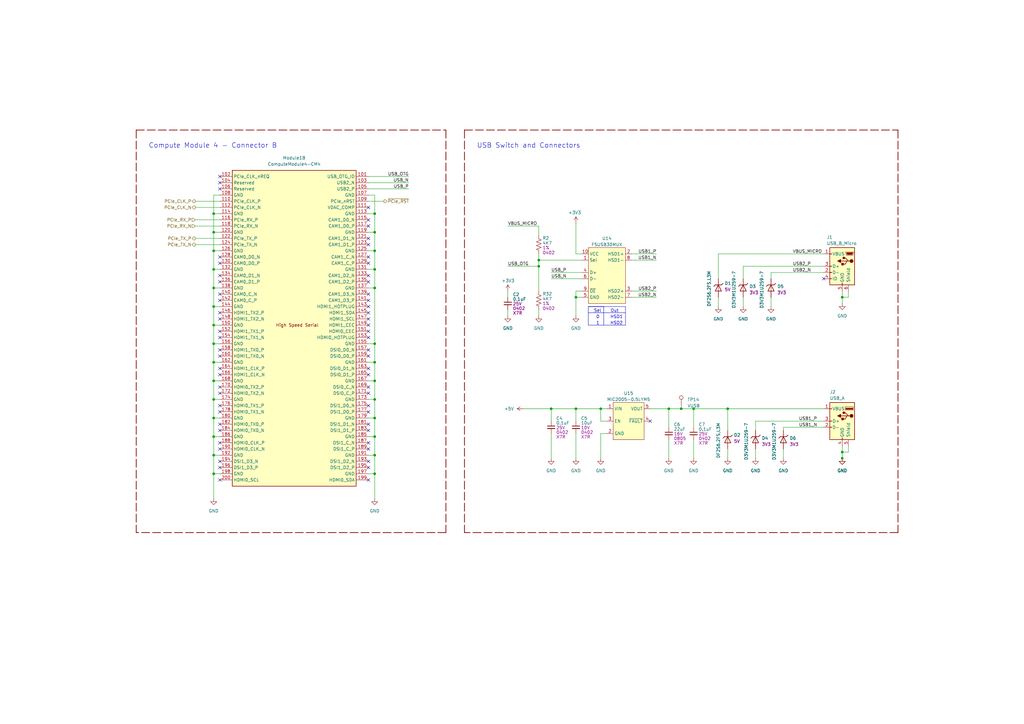
<source format=kicad_sch>
(kicad_sch (version 20210406) (generator eeschema)
  (paper "A3")
  (title_block (title "Pintry X2") (rev "${RevNum}") (company "www.cezarchirila.com") (comment 1 "2-bay NAS based on RPi CM4") (comment 9 "${DrawnBy}"))
  (lib_symbols
    (symbol "Connector:TestPoint" (pin_numbers hide) (pin_names (offset 0.762) hide)
      (property "Reference" "TP" (at 0 6.858 0))
      (property "Value" "TestPoint" (at 0 5.08 0))
      (symbol "TestPoint_0_1"
        (circle (center 0 3.302) (radius 0.762))
      )
      (symbol "TestPoint_1_1"
        (pin passive line (at 0 0 90) (length 2.54) (name "1") (number "1"))
      )
    )
    (symbol "Connector:USB_A" (pin_names (offset 1.016))
      (property "Reference" "J" (at -5.08 11.43 0))
      (property "Value" "USB_A" (at -5.08 8.89 0))
      (symbol "USB_A_0_1"
        (circle (center -3.81 2.159) (radius 0.635) (stroke (width 0.254)) (fill (type outline)))
        (circle (center -0.635 3.429) (radius 0.381) (stroke (width 0.254)) (fill (type outline)))
        (rectangle (start -1.27 4.572) (end -4.572 5.842))
        (rectangle (start -0.127 -7.62) (end 0.127 -6.858))
        (rectangle (start 5.08 -2.667) (end 4.318 -2.413))
        (rectangle (start 5.08 -0.127) (end 4.318 0.127))
        (rectangle (start 5.08 4.953) (end 4.318 5.207))
        (rectangle (start -1.524 4.826) (end -4.318 5.334) (fill (type outline)))
        (rectangle (start 0.254 1.27) (end -0.508 0.508) (stroke (width 0.254)) (fill (type outline)))
        (rectangle (start -5.08 -7.62) (end 5.08 7.62) (stroke (width 0.254)) (fill (type background)))
        (polyline (pts (xy -3.175 2.159) (xy -2.54 2.159) (xy -1.27 3.429) (xy -0.635 3.429)) (stroke (width 0.254)))
        (polyline (pts (xy -2.54 2.159) (xy -1.905 2.159) (xy -1.27 0.889) (xy 0 0.889)) (stroke (width 0.254)))
        (polyline (pts (xy 0.635 2.794) (xy 0.635 1.524) (xy 1.905 2.159) (xy 0.635 2.794)) (stroke (width 0.254)) (fill (type outline)))
      )
      (symbol "USB_A_1_1"
        (polyline (pts (xy -1.905 2.159) (xy 0.635 2.159)) (stroke (width 0.254)))
        (pin power_in line (at 7.62 5.08 180) (length 2.54) (name "VBUS") (number "1"))
        (pin bidirectional line (at 7.62 -2.54 180) (length 2.54) (name "D-") (number "2"))
        (pin bidirectional line (at 7.62 0 180) (length 2.54) (name "D+") (number "3"))
        (pin power_in line (at 0 -10.16 90) (length 2.54) (name "GND") (number "4"))
        (pin passive line (at -2.54 -10.16 90) (length 2.54) (name "Shield") (number "5"))
      )
    )
    (symbol "Connector:USB_B_Micro" (pin_names (offset 1.016))
      (property "Reference" "J" (at -5.08 11.43 0))
      (property "Value" "USB_B_Micro" (at -5.08 8.89 0))
      (symbol "USB_B_Micro_0_1"
        (circle (center -3.81 2.159) (radius 0.635) (stroke (width 0.254)) (fill (type outline)))
        (circle (center -0.635 3.429) (radius 0.381) (stroke (width 0.254)) (fill (type outline)))
        (rectangle (start -0.127 -7.62) (end 0.127 -6.858))
        (rectangle (start 5.08 -5.207) (end 4.318 -4.953))
        (rectangle (start 5.08 -2.667) (end 4.318 -2.413))
        (rectangle (start 5.08 -0.127) (end 4.318 0.127))
        (rectangle (start 5.08 4.953) (end 4.318 5.207))
        (rectangle (start 0.254 1.27) (end -0.508 0.508) (stroke (width 0.254)) (fill (type outline)))
        (rectangle (start -5.08 -7.62) (end 5.08 7.62) (stroke (width 0.254)) (fill (type background)))
        (polyline (pts (xy -1.905 2.159) (xy 0.635 2.159)) (stroke (width 0.254)))
        (polyline (pts (xy -3.175 2.159) (xy -2.54 2.159) (xy -1.27 3.429) (xy -0.635 3.429)) (stroke (width 0.254)))
        (polyline (pts (xy -2.54 2.159) (xy -1.905 2.159) (xy -1.27 0.889) (xy 0 0.889)) (stroke (width 0.254)))
        (polyline (pts (xy -4.699 5.842) (xy -4.699 5.588) (xy -4.445 4.826) (xy -4.445 4.572) (xy -1.651 4.572) (xy -1.651 4.826) (xy -1.397 5.588) (xy -1.397 5.842) (xy -4.699 5.842)))
        (polyline (pts (xy 0.635 2.794) (xy 0.635 1.524) (xy 1.905 2.159) (xy 0.635 2.794)) (stroke (width 0.254)) (fill (type outline)))
        (polyline (pts (xy -4.318 5.588) (xy -1.778 5.588) (xy -2.032 4.826) (xy -4.064 4.826) (xy -4.318 5.588)) (fill (type outline)))
      )
      (symbol "USB_B_Micro_1_1"
        (pin power_out line (at 7.62 5.08 180) (length 2.54) (name "VBUS") (number "1"))
        (pin bidirectional line (at 7.62 -2.54 180) (length 2.54) (name "D-") (number "2"))
        (pin bidirectional line (at 7.62 0 180) (length 2.54) (name "D+") (number "3"))
        (pin passive line (at 7.62 -5.08 180) (length 2.54) (name "ID") (number "4"))
        (pin power_out line (at 0 -10.16 90) (length 2.54) (name "GND") (number "5"))
        (pin passive line (at -2.54 -10.16 90) (length 2.54) (name "Shield") (number "6"))
      )
    )
    (symbol "Device:C_Small" (pin_numbers hide) (pin_names (offset 0.254) hide)
      (property "Reference" "C" (at 0.254 1.778 0))
      (property "Value" "C_Small" (at 0.254 -2.032 0))
      (symbol "C_Small_0_1"
        (polyline (pts (xy -1.524 -0.508) (xy 1.524 -0.508)) (stroke (width 0.3302)))
        (polyline (pts (xy -1.524 0.508) (xy 1.524 0.508)) (stroke (width 0.3048)))
      )
      (symbol "C_Small_1_1"
        (pin passive line (at 0 2.54 270) (length 2.032) (name "~") (number "1"))
        (pin passive line (at 0 -2.54 90) (length 2.032) (name "~") (number "2"))
      )
    )
    (symbol "Device:R_US" (pin_numbers hide) (pin_names (offset 0))
      (property "Reference" "R" (at 2.54 0 90))
      (property "Value" "R_US" (at -2.54 0 90))
      (symbol "R_US_0_1"
        (polyline (pts (xy 0 -2.286) (xy 0 -2.54)))
        (polyline (pts (xy 0 2.286) (xy 0 2.54)))
        (polyline (pts (xy 0 -0.762) (xy 1.016 -1.143) (xy 0 -1.524) (xy -1.016 -1.905) (xy 0 -2.286)))
        (polyline (pts (xy 0 0.762) (xy 1.016 0.381) (xy 0 0) (xy -1.016 -0.381) (xy 0 -0.762)))
        (polyline (pts (xy 0 2.286) (xy 1.016 1.905) (xy 0 1.524) (xy -1.016 1.143) (xy 0 0.762)))
      )
      (symbol "R_US_1_1"
        (pin passive line (at 0 3.81 270) (length 1.27) (name "~") (number "1"))
        (pin passive line (at 0 -3.81 90) (length 1.27) (name "~") (number "2"))
      )
    )
    (symbol "PintryParts-Symbols:ComputeModule4-CM4"
      (property "Reference" "Module" (at 113.03 -68.58 0))
      (property "Value" "ComputeModule4-CM4" (at 140.97 2.54 0))
      (property "Field4" "Hirose" (at 0 0 0))
      (property "Field5" "2x DF40C-100DS-0.4V" (at 0 -2.54 0))
      (symbol "ComputeModule4-CM4_1_0"
        (text "GPIO" (at 0 6.35 0) (effects (font (size 1.27 1.27))))
      )
      (symbol "ComputeModule4-CM4_1_1"
        (text "600mA Max" (at -8.89 -53.34 0) (effects (font (size 1.27 1.27))))
        (text "600mA Max" (at -8.89 -48.26 0) (effects (font (size 1.27 1.27))))
        (text "NB SD signals are only available" (at -1.27 -27.94 0) (effects (font (size 1.27 1.27))))
        (text "on modules without eMMC" (at -1.27 -30.48 0) (effects (font (size 1.27 1.27))))
        (rectangle (start -30.48 -71.12) (end 25.4 58.42) (stroke (width 0.254)) (fill (type background)))
        (pin power_in line (at 27.94 55.88 180) (length 2.54) (name "GND") (number "1"))
        (pin passive line (at -33.02 45.72 0) (length 2.54) (name "Ethernet_Pair0_N") (number "10"))
        (pin output line (at -33.02 -68.58 0) (length 2.54) (name "nEXTRST") (number "100"))
        (pin passive line (at 27.94 43.18 180) (length 2.54) (name "Ethernet_Pair2_P") (number "11"))
        (pin passive line (at -33.02 43.18 0) (length 2.54) (name "Ethernet_Pair0_P") (number "12"))
        (pin power_in line (at 27.94 40.64 180) (length 2.54) (name "GND") (number "13"))
        (pin power_in line (at -33.02 40.64 0) (length 2.54) (name "GND") (number "14"))
        (pin output line (at 27.94 38.1 180) (length 2.54) (name "Ethernet_nLED3(3.3v)") (number "15"))
        (pin input line (at -33.02 38.1 0) (length 2.54) (name "Ethernet_SYNC_IN(1.8v)") (number "16"))
        (pin output line (at 27.94 35.56 180) (length 2.54) (name "Ethernet_nLED2(3.3v)") (number "17"))
        (pin input line (at -33.02 35.56 0) (length 2.54) (name "Ethernet_SYNC_OUT(1.8v)") (number "18"))
        (pin output line (at 27.94 33.02 180) (length 2.54) (name "Ethernet_nLED1(3.3v)") (number "19"))
        (pin power_in line (at -33.02 55.88 0) (length 2.54) (name "GND") (number "2"))
        (pin passive line (at -33.02 33.02 0) (length 2.54) (name "EEPROM_nWP") (number "20"))
        (pin open_collector line (at 27.94 30.48 180) (length 2.54) (name "PI_nLED_Activity") (number "21"))
        (pin power_in line (at -33.02 30.48 0) (length 2.54) (name "GND") (number "22"))
        (pin power_in line (at 27.94 27.94 180) (length 2.54) (name "GND") (number "23"))
        (pin passive line (at -33.02 27.94 0) (length 2.54) (name "GPIO26") (number "24"))
        (pin passive line (at 27.94 25.4 180) (length 2.54) (name "GPIO21") (number "25"))
        (pin passive line (at -33.02 25.4 0) (length 2.54) (name "GPIO19") (number "26"))
        (pin passive line (at 27.94 22.86 180) (length 2.54) (name "GPIO20") (number "27"))
        (pin passive line (at -33.02 22.86 0) (length 2.54) (name "GPIO13") (number "28"))
        (pin passive line (at 27.94 20.32 180) (length 2.54) (name "GPIO16") (number "29"))
        (pin passive line (at 27.94 53.34 180) (length 2.54) (name "Ethernet_Pair3_P") (number "3"))
        (pin passive line (at -33.02 20.32 0) (length 2.54) (name "GPIO6") (number "30"))
        (pin passive line (at 27.94 17.78 180) (length 2.54) (name "GPIO12") (number "31"))
        (pin power_in line (at -33.02 17.78 0) (length 2.54) (name "GND") (number "32"))
        (pin power_in line (at 27.94 15.24 180) (length 2.54) (name "GND") (number "33"))
        (pin passive line (at -33.02 15.24 0) (length 2.54) (name "GPIO5") (number "34"))
        (pin passive line (at 27.94 12.7 180) (length 2.54) (name "ID_SC") (number "35"))
        (pin passive line (at -33.02 12.7 0) (length 2.54) (name "ID_SD") (number "36"))
        (pin passive line (at 27.94 10.16 180) (length 2.54) (name "GPIO7") (number "37"))
        (pin passive line (at -33.02 10.16 0) (length 2.54) (name "GPIO11") (number "38"))
        (pin passive line (at 27.94 7.62 180) (length 2.54) (name "GPIO8") (number "39"))
        (pin passive line (at -33.02 53.34 0) (length 2.54) (name "Ethernet_Pair1_P") (number "4"))
        (pin passive line (at -33.02 7.62 0) (length 2.54) (name "GPIO9") (number "40"))
        (pin passive line (at 27.94 5.08 180) (length 2.54) (name "GPIO25") (number "41"))
        (pin power_in line (at -33.02 5.08 0) (length 2.54) (name "GND") (number "42"))
        (pin power_in line (at 27.94 2.54 180) (length 2.54) (name "GND") (number "43"))
        (pin passive line (at -33.02 2.54 0) (length 2.54) (name "GPIO10") (number "44"))
        (pin passive line (at 27.94 0 180) (length 2.54) (name "GPIO24") (number "45"))
        (pin passive line (at -33.02 0 0) (length 2.54) (name "GPIO22") (number "46"))
        (pin passive line (at 27.94 -2.54 180) (length 2.54) (name "GPIO23") (number "47"))
        (pin passive line (at -33.02 -2.54 0) (length 2.54) (name "GPIO27") (number "48"))
        (pin passive line (at 27.94 -5.08 180) (length 2.54) (name "GPIO18") (number "49"))
        (pin passive line (at 27.94 50.8 180) (length 2.54) (name "Ethernet_Pair3_N") (number "5"))
        (pin passive line (at -33.02 -5.08 0) (length 2.54) (name "GPIO17") (number "50"))
        (pin passive line (at 27.94 -7.62 180) (length 2.54) (name "GPIO15") (number "51"))
        (pin power_in line (at -33.02 -7.62 0) (length 2.54) (name "GND") (number "52"))
        (pin power_in line (at 27.94 -10.16 180) (length 2.54) (name "GND") (number "53"))
        (pin passive line (at -33.02 -10.16 0) (length 2.54) (name "GPIO4") (number "54"))
        (pin passive line (at 27.94 -12.7 180) (length 2.54) (name "GPIO14") (number "55"))
        (pin passive line (at -33.02 -12.7 0) (length 2.54) (name "GPIO3") (number "56"))
        (pin passive line (at 27.94 -15.24 180) (length 2.54) (name "SD_CLK") (number "57"))
        (pin passive line (at -33.02 -15.24 0) (length 2.54) (name "GPIO2") (number "58"))
        (pin power_in line (at 27.94 -17.78 180) (length 2.54) (name "GND") (number "59"))
        (pin passive line (at -33.02 50.8 0) (length 2.54) (name "Ethernet_Pair1_N") (number "6"))
        (pin power_in line (at -33.02 -17.78 0) (length 2.54) (name "GND") (number "60"))
        (pin passive line (at 27.94 -20.32 180) (length 2.54) (name "SD_DAT3") (number "61"))
        (pin passive line (at -33.02 -20.32 0) (length 2.54) (name "SD_CMD") (number "62"))
        (pin passive line (at 27.94 -22.86 180) (length 2.54) (name "SD_DAT0") (number "63"))
        (pin passive line (at -33.02 -22.86 0) (length 2.54) (name "SD_DAT5") (number "64"))
        (pin power_in line (at 27.94 -25.4 180) (length 2.54) (name "GND") (number "65"))
        (pin power_in line (at -33.02 -25.4 0) (length 2.54) (name "GND") (number "66"))
        (pin passive line (at 27.94 -27.94 180) (length 2.54) (name "SD_DAT1") (number "67"))
        (pin passive line (at -33.02 -27.94 0) (length 2.54) (name "SD_DAT4") (number "68"))
        (pin passive line (at 27.94 -30.48 180) (length 2.54) (name "SD_DAT2") (number "69"))
        (pin power_in line (at 27.94 48.26 180) (length 2.54) (name "GND") (number "7"))
        (pin passive line (at -33.02 -30.48 0) (length 2.54) (name "SD_DAT7") (number "70"))
        (pin power_in line (at 27.94 -33.02 180) (length 2.54) (name "GND") (number "71"))
        (pin passive line (at -33.02 -33.02 0) (length 2.54) (name "SD_DAT6") (number "72"))
        (pin input line (at 27.94 -35.56 180) (length 2.54) (name "SD_VDD_Override") (number "73"))
        (pin power_in line (at -33.02 -35.56 0) (length 2.54) (name "GND") (number "74"))
        (pin output line (at 27.94 -38.1 180) (length 2.54) (name "SD_PWR_ON") (number "75"))
        (pin passive line (at -33.02 -38.1 0) (length 2.54) (name "Reserved") (number "76"))
        (pin power_in line (at 27.94 -40.64 180) (length 2.54) (name "+5v_(Input)") (number "77"))
        (pin power_in line (at -33.02 -40.64 0) (length 2.54) (name "GPIO_VREF(1.8v/3.3v_Input)") (number "78"))
        (pin power_in line (at 27.94 -43.18 180) (length 2.54) (name "+5v_(Input)") (number "79"))
        (pin power_in line (at -33.02 48.26 0) (length 2.54) (name "GND") (number "8"))
        (pin passive line (at -33.02 -43.18 0) (length 2.54) (name "SCL0") (number "80"))
        (pin power_in line (at 27.94 -45.72 180) (length 2.54) (name "+5v_(Input)") (number "81"))
        (pin passive line (at -33.02 -45.72 0) (length 2.54) (name "SDA0") (number "82"))
        (pin power_in line (at 27.94 -48.26 180) (length 2.54) (name "+5v_(Input)") (number "83"))
        (pin power_out line (at -33.02 -48.26 0) (length 2.54) (name "+3.3v_(Output)") (number "84"))
        (pin power_in line (at 27.94 -50.8 180) (length 2.54) (name "+5v_(Input)") (number "85"))
        (pin power_out line (at -33.02 -50.8 0) (length 2.54) (name "+3.3v_(Output)") (number "86"))
        (pin power_in line (at 27.94 -53.34 180) (length 2.54) (name "+5v_(Input)") (number "87"))
        (pin power_out line (at -33.02 -53.34 0) (length 2.54) (name "+1.8v_(Output)") (number "88"))
        (pin power_in line (at 27.94 -55.88 180) (length 2.54) (name "WiFi_nDisable") (number "89"))
        (pin passive line (at 27.94 45.72 180) (length 2.54) (name "Ethernet_Pair2_N") (number "9"))
        (pin power_out line (at -33.02 -55.88 0) (length 2.54) (name "+1.8v_(Output)") (number "90"))
        (pin power_in line (at 27.94 -58.42 180) (length 2.54) (name "BT_nDisable") (number "91"))
        (pin passive line (at -33.02 -58.42 0) (length 2.54) (name "RUN_PG") (number "92"))
        (pin input line (at 27.94 -60.96 180) (length 2.54) (name "nRPIBOOT") (number "93"))
        (pin passive line (at -33.02 -60.96 0) (length 2.54) (name "AnalogIP1") (number "94"))
        (pin output line (at 27.94 -63.5 180) (length 2.54) (name "nPI_LED_PWR") (number "95"))
        (pin passive line (at -33.02 -63.5 0) (length 2.54) (name "AnalogIP0") (number "96"))
        (pin passive line (at 27.94 -66.04 180) (length 2.54) (name "Camera_GPIO") (number "97"))
        (pin power_in line (at -33.02 -66.04 0) (length 2.54) (name "GND") (number "98"))
        (pin input line (at 27.94 -68.58 180) (length 2.54) (name "Global_EN") (number "99"))
      )
      (symbol "ComputeModule4-CM4_2_1"
        (text "High Speed Serial" (at 140.97 0 0) (effects (font (size 1.27 1.27))))
        (rectangle (start 114.3 -66.04) (end 165.1 63.5) (stroke (width 0.254)) (fill (type background)))
        (pin input line (at 170.18 60.96 180) (length 5.08) (name "USB_OTG_ID") (number "101"))
        (pin input line (at 109.22 60.96 0) (length 5.08) (name "PCIe_CLK_nREQ") (number "102"))
        (pin passive line (at 170.18 58.42 180) (length 5.08) (name "USB2_N") (number "103"))
        (pin passive line (at 109.22 58.42 0) (length 5.08) (name "Reserved") (number "104"))
        (pin passive line (at 170.18 55.88 180) (length 5.08) (name "USB2_P") (number "105"))
        (pin passive line (at 109.22 55.88 0) (length 5.08) (name "Reserved") (number "106"))
        (pin power_in line (at 170.18 53.34 180) (length 5.08) (name "GND") (number "107"))
        (pin power_in line (at 109.22 53.34 0) (length 5.08) (name "GND") (number "108"))
        (pin bidirectional line (at 170.18 50.8 180) (length 5.08) (name "PCIe_nRST") (number "109"))
        (pin output line (at 109.22 50.8 0) (length 5.08) (name "PCIe_CLK_P") (number "110"))
        (pin passive line (at 170.18 48.26 180) (length 5.08) (name "VDAC_COMP") (number "111"))
        (pin output line (at 109.22 48.26 0) (length 5.08) (name "PCIe_CLK_N") (number "112"))
        (pin power_in line (at 170.18 45.72 180) (length 5.08) (name "GND") (number "113"))
        (pin power_in line (at 109.22 45.72 0) (length 5.08) (name "GND") (number "114"))
        (pin input line (at 170.18 43.18 180) (length 5.08) (name "CAM1_D0_N") (number "115"))
        (pin input line (at 109.22 43.18 0) (length 5.08) (name "PCIe_RX_P") (number "116"))
        (pin input line (at 170.18 40.64 180) (length 5.08) (name "CAM1_D0_P") (number "117"))
        (pin input line (at 109.22 40.64 0) (length 5.08) (name "PCIe_RX_N") (number "118"))
        (pin power_in line (at 170.18 38.1 180) (length 5.08) (name "GND") (number "119"))
        (pin power_in line (at 109.22 38.1 0) (length 5.08) (name "GND") (number "120"))
        (pin input line (at 170.18 35.56 180) (length 5.08) (name "CAM1_D1_N") (number "121"))
        (pin output line (at 109.22 35.56 0) (length 5.08) (name "PCIe_TX_P") (number "122"))
        (pin input line (at 170.18 33.02 180) (length 5.08) (name "CAM1_D1_P") (number "123"))
        (pin output line (at 109.22 33.02 0) (length 5.08) (name "PCIe_TX_N") (number "124"))
        (pin power_in line (at 170.18 30.48 180) (length 5.08) (name "GND") (number "125"))
        (pin power_in line (at 109.22 30.48 0) (length 5.08) (name "GND") (number "126"))
        (pin input line (at 170.18 27.94 180) (length 5.08) (name "CAM1_C_N") (number "127"))
        (pin input line (at 109.22 27.94 0) (length 5.08) (name "CAM0_D0_N") (number "128"))
        (pin input line (at 170.18 25.4 180) (length 5.08) (name "CAM1_C_P") (number "129"))
        (pin input line (at 109.22 25.4 0) (length 5.08) (name "CAM0_D0_P") (number "130"))
        (pin power_in line (at 170.18 22.86 180) (length 5.08) (name "GND") (number "131"))
        (pin power_in line (at 109.22 22.86 0) (length 5.08) (name "GND") (number "132"))
        (pin input line (at 170.18 20.32 180) (length 5.08) (name "CAM1_D2_N") (number "133"))
        (pin input line (at 109.22 20.32 0) (length 5.08) (name "CAM0_D1_N") (number "134"))
        (pin input line (at 170.18 17.78 180) (length 5.08) (name "CAM1_D2_P") (number "135"))
        (pin input line (at 109.22 17.78 0) (length 5.08) (name "CAM0_D1_P") (number "136"))
        (pin power_in line (at 170.18 15.24 180) (length 5.08) (name "GND") (number "137"))
        (pin power_in line (at 109.22 15.24 0) (length 5.08) (name "GND") (number "138"))
        (pin input line (at 170.18 12.7 180) (length 5.08) (name "CAM1_D3_N") (number "139"))
        (pin input line (at 109.22 12.7 0) (length 5.08) (name "CAM0_C_N") (number "140"))
        (pin input line (at 170.18 10.16 180) (length 5.08) (name "CAM1_D3_P") (number "141"))
        (pin input line (at 109.22 10.16 0) (length 5.08) (name "CAM0_C_P") (number "142"))
        (pin input line (at 170.18 7.62 180) (length 5.08) (name "HDMI1_HOTPLUG") (number "143"))
        (pin power_in line (at 109.22 7.62 0) (length 5.08) (name "GND") (number "144"))
        (pin bidirectional line (at 170.18 5.08 180) (length 5.08) (name "HDMI1_SDA") (number "145"))
        (pin output line (at 109.22 5.08 0) (length 5.08) (name "HDMI1_TX2_P") (number "146"))
        (pin open_collector line (at 170.18 2.54 180) (length 5.08) (name "HDMI1_SCL") (number "147"))
        (pin output line (at 109.22 2.54 0) (length 5.08) (name "HDMI1_TX2_N") (number "148"))
        (pin open_collector line (at 170.18 0 180) (length 5.08) (name "HDMI1_CEC") (number "149"))
        (pin power_in line (at 109.22 0 0) (length 5.08) (name "GND") (number "150"))
        (pin open_collector line (at 170.18 -2.54 180) (length 5.08) (name "HDMI0_CEC") (number "151"))
        (pin output line (at 109.22 -2.54 0) (length 5.08) (name "HDMI1_TX1_P") (number "152"))
        (pin input line (at 170.18 -5.08 180) (length 5.08) (name "HDMI0_HOTPLUG") (number "153"))
        (pin output line (at 109.22 -5.08 0) (length 5.08) (name "HDMI1_TX1_N") (number "154"))
        (pin power_in line (at 170.18 -7.62 180) (length 5.08) (name "GND") (number "155"))
        (pin power_in line (at 109.22 -7.62 0) (length 5.08) (name "GND") (number "156"))
        (pin output line (at 170.18 -10.16 180) (length 5.08) (name "DSI0_D0_N") (number "157"))
        (pin output line (at 109.22 -10.16 0) (length 5.08) (name "HDMI1_TX0_P") (number "158"))
        (pin output line (at 170.18 -12.7 180) (length 5.08) (name "DSI0_D0_P") (number "159"))
        (pin output line (at 109.22 -12.7 0) (length 5.08) (name "HDMI1_TX0_N") (number "160"))
        (pin power_in line (at 170.18 -15.24 180) (length 5.08) (name "GND") (number "161"))
        (pin power_in line (at 109.22 -15.24 0) (length 5.08) (name "GND") (number "162"))
        (pin output line (at 170.18 -17.78 180) (length 5.08) (name "DSI0_D1_N") (number "163"))
        (pin output line (at 109.22 -17.78 0) (length 5.08) (name "HDMI1_CLK_P") (number "164"))
        (pin output line (at 170.18 -20.32 180) (length 5.08) (name "DSI0_D1_P") (number "165"))
        (pin output line (at 109.22 -20.32 0) (length 5.08) (name "HDMI1_CLK_N") (number "166"))
        (pin power_in line (at 170.18 -22.86 180) (length 5.08) (name "GND") (number "167"))
        (pin power_in line (at 109.22 -22.86 0) (length 5.08) (name "GND") (number "168"))
        (pin output line (at 170.18 -25.4 180) (length 5.08) (name "DSI0_C_N") (number "169"))
        (pin output line (at 109.22 -25.4 0) (length 5.08) (name "HDMI0_TX2_P") (number "170"))
        (pin output line (at 170.18 -27.94 180) (length 5.08) (name "DSI0_C_P") (number "171"))
        (pin output line (at 109.22 -27.94 0) (length 5.08) (name "HDMI0_TX2_N") (number "172"))
        (pin power_in line (at 170.18 -30.48 180) (length 5.08) (name "GND") (number "173"))
        (pin power_in line (at 109.22 -30.48 0) (length 5.08) (name "GND") (number "174"))
        (pin output line (at 170.18 -33.02 180) (length 5.08) (name "DSI1_D0_N") (number "175"))
        (pin output line (at 109.22 -33.02 0) (length 5.08) (name "HDMI0_TX1_P") (number "176"))
        (pin output line (at 170.18 -35.56 180) (length 5.08) (name "DSI1_D0_P") (number "177"))
        (pin output line (at 109.22 -35.56 0) (length 5.08) (name "HDMI0_TX1_N") (number "178"))
        (pin power_in line (at 170.18 -38.1 180) (length 5.08) (name "GND") (number "179"))
        (pin power_in line (at 109.22 -38.1 0) (length 5.08) (name "GND") (number "180"))
        (pin output line (at 170.18 -40.64 180) (length 5.08) (name "DSI1_D1_N") (number "181"))
        (pin output line (at 109.22 -40.64 0) (length 5.08) (name "HDMI0_TX0_P") (number "182"))
        (pin output line (at 170.18 -43.18 180) (length 5.08) (name "DSI1_D1_P") (number "183"))
        (pin output line (at 109.22 -43.18 0) (length 5.08) (name "HDMI0_TX0_N") (number "184"))
        (pin power_in line (at 170.18 -45.72 180) (length 5.08) (name "GND") (number "185"))
        (pin power_in line (at 109.22 -45.72 0) (length 5.08) (name "GND") (number "186"))
        (pin output line (at 170.18 -48.26 180) (length 5.08) (name "DSI1_C_N") (number "187"))
        (pin output line (at 109.22 -48.26 0) (length 5.08) (name "HDMI0_CLK_P") (number "188"))
        (pin output line (at 170.18 -50.8 180) (length 5.08) (name "DSI1_C_P") (number "189"))
        (pin output line (at 109.22 -50.8 0) (length 5.08) (name "HDMI0_CLK_N") (number "190"))
        (pin power_in line (at 170.18 -53.34 180) (length 5.08) (name "GND") (number "191"))
        (pin power_in line (at 109.22 -53.34 0) (length 5.08) (name "GND") (number "192"))
        (pin output line (at 170.18 -55.88 180) (length 5.08) (name "DSI1_D2_N") (number "193"))
        (pin output line (at 109.22 -55.88 0) (length 5.08) (name "DSI1_D3_N") (number "194"))
        (pin output line (at 170.18 -58.42 180) (length 5.08) (name "DSI1_D2_P") (number "195"))
        (pin output line (at 109.22 -58.42 0) (length 5.08) (name "DSI1_D3_P") (number "196"))
        (pin power_in line (at 170.18 -60.96 180) (length 5.08) (name "GND") (number "197"))
        (pin power_in line (at 109.22 -60.96 0) (length 5.08) (name "GND") (number "198"))
        (pin bidirectional line (at 170.18 -63.5 180) (length 5.08) (name "HDMI0_SDA") (number "199"))
        (pin open_collector line (at 109.22 -63.5 0) (length 5.08) (name "HDMI0_SCL") (number "200"))
      )
    )
    (symbol "PintryParts-Symbols:D3V3M1U259-7" (pin_numbers hide) (pin_names (offset 1.016) hide)
      (property "Reference" "D?" (at 3.81 0.6351 90))
      (property "Value" "D3V3M1U259-7" (at 3.81 -3.1749 90))
      (property "VRWM" "3V3" (at 3.81 -1.27 90))
      (symbol "D3V3M1U259-7_0_1"
        (polyline (pts (xy -1.27 1.27) (xy -1.905 1.905)) (stroke (width 0.254)))
        (polyline (pts (xy -1.27 1.27) (xy -1.27 -1.27)) (stroke (width 0.254)))
        (polyline (pts (xy -0.635 -1.905) (xy -1.27 -1.27)) (stroke (width 0.254)))
        (polyline (pts (xy 1.27 0) (xy -1.27 0)))
        (polyline (pts (xy 1.27 1.27) (xy 1.27 -1.27) (xy -1.27 0) (xy 1.27 1.27)) (stroke (width 0.254)))
      )
      (symbol "D3V3M1U259-7_1_1"
        (pin passive line (at -3.81 0 0) (length 2.54) (name "K") (number "1"))
        (pin passive line (at 3.81 0 180) (length 2.54) (name "A") (number "2"))
      )
    )
    (symbol "PintryParts-Symbols:DF2S6.2FS,L3M" (pin_numbers hide) (pin_names (offset 1.016) hide)
      (property "Reference" "D?" (at 3.81 0.6351 90))
      (property "Value" "DF2S6.2FS,L3M" (at 3.81 -3.1749 90))
      (property "VRWM" "5V" (at 3.81 -1.27 90))
      (symbol "DF2S6.2FS,L3M_0_1"
        (polyline (pts (xy -1.27 1.27) (xy -1.905 1.905)) (stroke (width 0.254)))
        (polyline (pts (xy -1.27 1.27) (xy -1.27 -1.27)) (stroke (width 0.254)))
        (polyline (pts (xy -0.635 -1.905) (xy -1.27 -1.27)) (stroke (width 0.254)))
        (polyline (pts (xy 1.27 0) (xy -1.27 0)))
        (polyline (pts (xy 1.27 1.27) (xy 1.27 -1.27) (xy -1.27 0) (xy 1.27 1.27)) (stroke (width 0.254)))
      )
      (symbol "DF2S6.2FS,L3M_1_1"
        (pin passive line (at -3.81 0 0) (length 2.54) (name "K") (number "1"))
        (pin passive line (at 3.81 0 180) (length 2.54) (name "A") (number "2"))
      )
    )
    (symbol "PintryParts-Symbols:FSUSB30MUX"
      (property "Reference" "U" (at 10.16 6.35 0))
      (property "Value" "FSUSB30MUX" (at 10.16 3.81 0))
      (symbol "FSUSB30MUX_0_0"
        (pin input line (at 0 -2.54 0) (length 2.54) (name "Sel") (number "1"))
        (pin power_in line (at 0 0 0) (length 2.54) (name "VCC") (number "10"))
        (pin output line (at 20.32 0 180) (length 2.54) (name "HSD1+") (number "2"))
        (pin output line (at 20.32 -15.24 180) (length 2.54) (name "HSD2+") (number "3"))
        (pin input line (at 0 -7.62 0) (length 2.54) (name "D+") (number "4"))
        (pin power_in line (at 0 -17.78 0) (length 2.54) (name "GND") (number "5"))
        (pin input line (at 0 -10.16 0) (length 2.54) (name "D-") (number "6"))
        (pin output line (at 20.32 -17.78 180) (length 2.54) (name "HSD2-") (number "7"))
        (pin output line (at 20.32 -2.54 180) (length 2.54) (name "HSD1-") (number "8"))
        (pin input line (at 0 -15.24 0) (length 2.54) (name "~OE") (number "9"))
      )
      (symbol "FSUSB30MUX_0_1"
        (rectangle (start 2.54 2.54) (end 17.78 -20.32) (stroke (width 0.1524)) (fill (type background)))
      )
    )
    (symbol "PintryParts-Symbols:MIC2005-0.5LYM5"
      (property "Reference" "U" (at 8.89 6.35 0))
      (property "Value" "MIC2005-0.5LYM5" (at 8.89 3.81 0))
      (symbol "MIC2005-0.5LYM5_0_0"
        (pin power_in line (at 0 0 0) (length 2.54) (name "VIN") (number "1"))
        (pin power_in line (at 0 -10.16 0) (length 2.54) (name "GND") (number "2"))
        (pin input line (at 0 -5.08 0) (length 2.54) (name "EN") (number "3"))
        (pin open_collector line (at 17.78 -5.08 180) (length 2.54) (name "~FAULT") (number "4"))
        (pin power_out line (at 17.78 0 180) (length 2.54) (name "VOUT") (number "5"))
      )
      (symbol "MIC2005-0.5LYM5_0_1"
        (rectangle (start 2.54 2.54) (end 15.24 -12.7) (stroke (width 0.1524)) (fill (type background)))
      )
    )
    (symbol "power:+3.3V" (power) (pin_names (offset 0))
      (property "Value" "+3.3V" (at 0 3.556 0))
      (symbol "+3.3V_0_1"
        (polyline (pts (xy -0.762 1.27) (xy 0 2.54)))
        (polyline (pts (xy 0 0) (xy 0 2.54)))
        (polyline (pts (xy 0 2.54) (xy 0.762 1.27)))
      )
      (symbol "+3.3V_1_1"
        (pin power_in line (at 0 0 90) (length 0) hide (name "+3V3") (number "1"))
      )
    )
    (symbol "power:+5V" (power) (pin_names (offset 0))
      (property "Value" "+5V" (at 0 3.556 0))
      (symbol "+5V_0_1"
        (polyline (pts (xy -0.762 1.27) (xy 0 2.54)))
        (polyline (pts (xy 0 0) (xy 0 2.54)))
        (polyline (pts (xy 0 2.54) (xy 0.762 1.27)))
      )
      (symbol "+5V_1_1"
        (pin power_in line (at 0 0 90) (length 0) hide (name "+5V") (number "1"))
      )
    )
    (symbol "power:GND" (power) (pin_names (offset 0))
      (property "Value" "GND" (at 0 -3.81 0))
      (symbol "GND_0_1"
        (polyline (pts (xy 0 0) (xy 0 -1.27) (xy 1.27 -1.27) (xy 0 -2.54) (xy -1.27 -1.27) (xy 0 -1.27)))
      )
      (symbol "GND_1_1"
        (pin power_in line (at 0 0 270) (length 0) hide (name "GND") (number "1"))
      )
    )
  )
  (junction (at 87.63 87.63) (diameter 0.9144))
  (junction (at 87.63 95.25) (diameter 0.9144))
  (junction (at 87.63 102.87) (diameter 0.9144))
  (junction (at 87.63 110.49) (diameter 0.9144))
  (junction (at 87.63 118.11) (diameter 0.9144))
  (junction (at 87.63 125.73) (diameter 0.9144))
  (junction (at 87.63 133.35) (diameter 0.9144))
  (junction (at 87.63 140.97) (diameter 0.9144))
  (junction (at 87.63 148.59) (diameter 0.9144))
  (junction (at 87.63 156.21) (diameter 0.9144))
  (junction (at 87.63 163.83) (diameter 0.9144))
  (junction (at 87.63 171.45) (diameter 0.9144))
  (junction (at 87.63 179.07) (diameter 0.9144))
  (junction (at 87.63 186.69) (diameter 0.9144))
  (junction (at 87.63 194.31) (diameter 0.9144))
  (junction (at 153.67 87.63) (diameter 0.9144))
  (junction (at 153.67 95.25) (diameter 0.9144))
  (junction (at 153.67 102.87) (diameter 0.9144))
  (junction (at 153.67 110.49) (diameter 0.9144))
  (junction (at 153.67 118.11) (diameter 0.9144))
  (junction (at 153.67 140.97) (diameter 0.9144))
  (junction (at 153.67 148.59) (diameter 0.9144))
  (junction (at 153.67 156.21) (diameter 0.9144))
  (junction (at 153.67 163.83) (diameter 0.9144))
  (junction (at 153.67 171.45) (diameter 0.9144))
  (junction (at 153.67 179.07) (diameter 0.9144))
  (junction (at 153.67 186.69) (diameter 0.9144))
  (junction (at 153.67 194.31) (diameter 0.9144))
  (junction (at 220.98 106.68) (diameter 0.9144))
  (junction (at 220.98 109.22) (diameter 0.9144))
  (junction (at 226.06 167.64) (diameter 0.9144))
  (junction (at 236.22 121.92) (diameter 0.9144))
  (junction (at 236.22 167.64) (diameter 0.9144))
  (junction (at 246.38 167.64) (diameter 0.9144))
  (junction (at 274.32 167.64) (diameter 0.9144))
  (junction (at 279.4 167.64) (diameter 0.9144))
  (junction (at 284.48 167.64) (diameter 0.9144))
  (junction (at 298.45 167.64) (diameter 0.9144))
  (junction (at 345.44 121.92) (diameter 0.9144))
  (junction (at 345.44 185.42) (diameter 0.9144))
  (junction (at 345.44 187.96) (diameter 0.9144))
  (no_connect (at 90.17 72.39))
  (no_connect (at 90.17 74.93))
  (no_connect (at 90.17 77.47))
  (no_connect (at 90.17 105.41))
  (no_connect (at 90.17 107.95))
  (no_connect (at 90.17 113.03))
  (no_connect (at 90.17 115.57))
  (no_connect (at 90.17 120.65))
  (no_connect (at 90.17 123.19))
  (no_connect (at 90.17 128.27))
  (no_connect (at 90.17 130.81))
  (no_connect (at 90.17 135.89))
  (no_connect (at 90.17 138.43))
  (no_connect (at 90.17 143.51))
  (no_connect (at 90.17 146.05))
  (no_connect (at 90.17 151.13))
  (no_connect (at 90.17 153.67))
  (no_connect (at 90.17 158.75))
  (no_connect (at 90.17 161.29))
  (no_connect (at 90.17 166.37))
  (no_connect (at 90.17 168.91))
  (no_connect (at 90.17 173.99))
  (no_connect (at 90.17 176.53))
  (no_connect (at 90.17 181.61))
  (no_connect (at 90.17 184.15))
  (no_connect (at 90.17 189.23))
  (no_connect (at 90.17 191.77))
  (no_connect (at 90.17 196.85))
  (no_connect (at 151.13 85.09))
  (no_connect (at 151.13 90.17))
  (no_connect (at 151.13 92.71))
  (no_connect (at 151.13 97.79))
  (no_connect (at 151.13 100.33))
  (no_connect (at 151.13 105.41))
  (no_connect (at 151.13 107.95))
  (no_connect (at 151.13 113.03))
  (no_connect (at 151.13 115.57))
  (no_connect (at 151.13 120.65))
  (no_connect (at 151.13 123.19))
  (no_connect (at 151.13 125.73))
  (no_connect (at 151.13 128.27))
  (no_connect (at 151.13 130.81))
  (no_connect (at 151.13 133.35))
  (no_connect (at 151.13 135.89))
  (no_connect (at 151.13 138.43))
  (no_connect (at 151.13 143.51))
  (no_connect (at 151.13 146.05))
  (no_connect (at 151.13 151.13))
  (no_connect (at 151.13 153.67))
  (no_connect (at 151.13 158.75))
  (no_connect (at 151.13 161.29))
  (no_connect (at 151.13 166.37))
  (no_connect (at 151.13 168.91))
  (no_connect (at 151.13 173.99))
  (no_connect (at 151.13 176.53))
  (no_connect (at 151.13 181.61))
  (no_connect (at 151.13 184.15))
  (no_connect (at 151.13 189.23))
  (no_connect (at 151.13 191.77))
  (no_connect (at 151.13 196.85))
  (no_connect (at 266.7 172.72))
  (no_connect (at 337.82 114.3))
  (wire (pts (xy 80.01 82.55) (xy 90.17 82.55)))
  (wire (pts (xy 80.01 85.09) (xy 90.17 85.09)))
  (wire (pts (xy 80.01 90.17) (xy 90.17 90.17)))
  (wire (pts (xy 80.01 92.71) (xy 90.17 92.71)))
  (wire (pts (xy 80.01 97.79) (xy 90.17 97.79)))
  (wire (pts (xy 80.01 100.33) (xy 90.17 100.33)))
  (wire (pts (xy 87.63 80.01) (xy 87.63 87.63)))
  (wire (pts (xy 87.63 87.63) (xy 87.63 95.25)))
  (wire (pts (xy 87.63 87.63) (xy 90.17 87.63)))
  (wire (pts (xy 87.63 95.25) (xy 87.63 102.87)))
  (wire (pts (xy 87.63 95.25) (xy 90.17 95.25)))
  (wire (pts (xy 87.63 102.87) (xy 87.63 110.49)))
  (wire (pts (xy 87.63 102.87) (xy 90.17 102.87)))
  (wire (pts (xy 87.63 110.49) (xy 87.63 118.11)))
  (wire (pts (xy 87.63 110.49) (xy 90.17 110.49)))
  (wire (pts (xy 87.63 118.11) (xy 87.63 125.73)))
  (wire (pts (xy 87.63 118.11) (xy 90.17 118.11)))
  (wire (pts (xy 87.63 125.73) (xy 87.63 133.35)))
  (wire (pts (xy 87.63 125.73) (xy 90.17 125.73)))
  (wire (pts (xy 87.63 133.35) (xy 87.63 140.97)))
  (wire (pts (xy 87.63 133.35) (xy 90.17 133.35)))
  (wire (pts (xy 87.63 140.97) (xy 87.63 148.59)))
  (wire (pts (xy 87.63 140.97) (xy 90.17 140.97)))
  (wire (pts (xy 87.63 148.59) (xy 87.63 156.21)))
  (wire (pts (xy 87.63 148.59) (xy 90.17 148.59)))
  (wire (pts (xy 87.63 156.21) (xy 87.63 163.83)))
  (wire (pts (xy 87.63 156.21) (xy 90.17 156.21)))
  (wire (pts (xy 87.63 163.83) (xy 87.63 171.45)))
  (wire (pts (xy 87.63 163.83) (xy 90.17 163.83)))
  (wire (pts (xy 87.63 171.45) (xy 87.63 179.07)))
  (wire (pts (xy 87.63 171.45) (xy 90.17 171.45)))
  (wire (pts (xy 87.63 179.07) (xy 87.63 186.69)))
  (wire (pts (xy 87.63 179.07) (xy 90.17 179.07)))
  (wire (pts (xy 87.63 186.69) (xy 87.63 194.31)))
  (wire (pts (xy 87.63 186.69) (xy 90.17 186.69)))
  (wire (pts (xy 87.63 194.31) (xy 87.63 204.47)))
  (wire (pts (xy 87.63 194.31) (xy 90.17 194.31)))
  (wire (pts (xy 90.17 80.01) (xy 87.63 80.01)))
  (wire (pts (xy 151.13 72.39) (xy 167.64 72.39)))
  (wire (pts (xy 151.13 74.93) (xy 167.64 74.93)))
  (wire (pts (xy 151.13 77.47) (xy 167.64 77.47)))
  (wire (pts (xy 151.13 80.01) (xy 153.67 80.01)))
  (wire (pts (xy 151.13 82.55) (xy 157.48 82.55)))
  (wire (pts (xy 151.13 87.63) (xy 153.67 87.63)))
  (wire (pts (xy 151.13 95.25) (xy 153.67 95.25)))
  (wire (pts (xy 151.13 102.87) (xy 153.67 102.87)))
  (wire (pts (xy 151.13 110.49) (xy 153.67 110.49)))
  (wire (pts (xy 151.13 118.11) (xy 153.67 118.11)))
  (wire (pts (xy 151.13 140.97) (xy 153.67 140.97)))
  (wire (pts (xy 151.13 148.59) (xy 153.67 148.59)))
  (wire (pts (xy 151.13 156.21) (xy 153.67 156.21)))
  (wire (pts (xy 151.13 163.83) (xy 153.67 163.83)))
  (wire (pts (xy 151.13 171.45) (xy 153.67 171.45)))
  (wire (pts (xy 151.13 179.07) (xy 153.67 179.07)))
  (wire (pts (xy 151.13 186.69) (xy 153.67 186.69)))
  (wire (pts (xy 151.13 194.31) (xy 153.67 194.31)))
  (wire (pts (xy 153.67 80.01) (xy 153.67 87.63)))
  (wire (pts (xy 153.67 87.63) (xy 153.67 95.25)))
  (wire (pts (xy 153.67 95.25) (xy 153.67 102.87)))
  (wire (pts (xy 153.67 102.87) (xy 153.67 110.49)))
  (wire (pts (xy 153.67 110.49) (xy 153.67 118.11)))
  (wire (pts (xy 153.67 118.11) (xy 153.67 140.97)))
  (wire (pts (xy 153.67 140.97) (xy 153.67 148.59)))
  (wire (pts (xy 153.67 148.59) (xy 153.67 156.21)))
  (wire (pts (xy 153.67 156.21) (xy 153.67 163.83)))
  (wire (pts (xy 153.67 163.83) (xy 153.67 171.45)))
  (wire (pts (xy 153.67 171.45) (xy 153.67 179.07)))
  (wire (pts (xy 153.67 179.07) (xy 153.67 186.69)))
  (wire (pts (xy 153.67 186.69) (xy 153.67 194.31)))
  (wire (pts (xy 153.67 194.31) (xy 153.67 204.47)))
  (wire (pts (xy 208.28 109.22) (xy 220.98 109.22)))
  (wire (pts (xy 208.28 119.38) (xy 208.28 121.92)))
  (wire (pts (xy 208.28 127) (xy 208.28 129.54)))
  (wire (pts (xy 214.63 167.64) (xy 226.06 167.64)))
  (wire (pts (xy 220.98 92.71) (xy 208.28 92.71)))
  (wire (pts (xy 220.98 92.71) (xy 220.98 96.52)))
  (wire (pts (xy 220.98 104.14) (xy 220.98 106.68)))
  (wire (pts (xy 220.98 106.68) (xy 220.98 109.22)))
  (wire (pts (xy 220.98 106.68) (xy 238.76 106.68)))
  (wire (pts (xy 220.98 109.22) (xy 220.98 119.38)))
  (wire (pts (xy 220.98 127) (xy 220.98 129.54)))
  (wire (pts (xy 226.06 111.76) (xy 238.76 111.76)))
  (wire (pts (xy 226.06 114.3) (xy 238.76 114.3)))
  (wire (pts (xy 226.06 167.64) (xy 226.06 172.72)))
  (wire (pts (xy 226.06 177.8) (xy 226.06 187.96)))
  (wire (pts (xy 236.22 91.44) (xy 236.22 104.14)))
  (wire (pts (xy 236.22 119.38) (xy 236.22 121.92)))
  (wire (pts (xy 236.22 121.92) (xy 236.22 129.54)))
  (wire (pts (xy 236.22 167.64) (xy 226.06 167.64)))
  (wire (pts (xy 236.22 167.64) (xy 236.22 172.72)))
  (wire (pts (xy 236.22 177.8) (xy 236.22 187.96)))
  (wire (pts (xy 238.76 104.14) (xy 236.22 104.14)))
  (wire (pts (xy 238.76 119.38) (xy 236.22 119.38)))
  (wire (pts (xy 238.76 121.92) (xy 236.22 121.92)))
  (wire (pts (xy 246.38 167.64) (xy 236.22 167.64)))
  (wire (pts (xy 246.38 172.72) (xy 246.38 167.64)))
  (wire (pts (xy 246.38 177.8) (xy 246.38 187.96)))
  (wire (pts (xy 248.92 167.64) (xy 246.38 167.64)))
  (wire (pts (xy 248.92 172.72) (xy 246.38 172.72)))
  (wire (pts (xy 248.92 177.8) (xy 246.38 177.8)))
  (wire (pts (xy 259.08 104.14) (xy 269.24 104.14)))
  (wire (pts (xy 259.08 106.68) (xy 269.24 106.68)))
  (wire (pts (xy 259.08 119.38) (xy 269.24 119.38)))
  (wire (pts (xy 259.08 121.92) (xy 269.24 121.92)))
  (wire (pts (xy 266.7 167.64) (xy 274.32 167.64)))
  (wire (pts (xy 274.32 167.64) (xy 274.32 175.26)))
  (wire (pts (xy 274.32 167.64) (xy 279.4 167.64)))
  (wire (pts (xy 274.32 180.34) (xy 274.32 187.96)))
  (wire (pts (xy 279.4 166.37) (xy 279.4 167.64)))
  (wire (pts (xy 279.4 167.64) (xy 284.48 167.64)))
  (wire (pts (xy 284.48 167.64) (xy 284.48 175.26)))
  (wire (pts (xy 284.48 167.64) (xy 298.45 167.64)))
  (wire (pts (xy 284.48 180.34) (xy 284.48 187.96)))
  (wire (pts (xy 294.64 104.14) (xy 294.64 114.3)))
  (wire (pts (xy 294.64 104.14) (xy 337.82 104.14)))
  (wire (pts (xy 294.64 121.92) (xy 294.64 125.73)))
  (wire (pts (xy 298.45 167.64) (xy 298.45 176.53)))
  (wire (pts (xy 298.45 167.64) (xy 337.82 167.64)))
  (wire (pts (xy 298.45 184.15) (xy 298.45 187.96)))
  (wire (pts (xy 304.8 109.22) (xy 337.82 109.22)))
  (wire (pts (xy 304.8 114.3) (xy 304.8 109.22)))
  (wire (pts (xy 304.8 121.92) (xy 304.8 125.73)))
  (wire (pts (xy 309.88 172.72) (xy 337.82 172.72)))
  (wire (pts (xy 309.88 176.53) (xy 309.88 172.72)))
  (wire (pts (xy 309.88 184.15) (xy 309.88 187.96)))
  (wire (pts (xy 316.23 111.76) (xy 337.82 111.76)))
  (wire (pts (xy 316.23 114.3) (xy 316.23 111.76)))
  (wire (pts (xy 316.23 121.92) (xy 316.23 125.73)))
  (wire (pts (xy 321.31 175.26) (xy 337.82 175.26)))
  (wire (pts (xy 321.31 176.53) (xy 321.31 175.26)))
  (wire (pts (xy 321.31 184.15) (xy 321.31 187.96)))
  (wire (pts (xy 345.44 119.38) (xy 345.44 121.92)))
  (wire (pts (xy 345.44 121.92) (xy 345.44 124.46)))
  (wire (pts (xy 345.44 182.88) (xy 345.44 185.42)))
  (wire (pts (xy 345.44 185.42) (xy 345.44 187.96)))
  (wire (pts (xy 347.98 119.38) (xy 347.98 121.92)))
  (wire (pts (xy 347.98 121.92) (xy 345.44 121.92)))
  (wire (pts (xy 347.98 182.88) (xy 347.98 185.42)))
  (wire (pts (xy 347.98 185.42) (xy 345.44 185.42)))
  (polyline (pts (xy 55.88 53.34) (xy 55.88 218.44)) (stroke (width 0.3) (type dash) (color 132 0 0 1)))
  (polyline (pts (xy 55.88 53.34) (xy 182.88 53.34)) (stroke (width 0.3) (type dash) (color 132 0 0 1)))
  (polyline (pts (xy 182.88 53.34) (xy 182.88 218.44)) (stroke (width 0.3) (type dash) (color 132 0 0 1)))
  (polyline (pts (xy 182.88 218.44) (xy 55.88 218.44)) (stroke (width 0.3) (type dash) (color 132 0 0 1)))
  (polyline (pts (xy 190.5 53.34) (xy 190.5 218.44)) (stroke (width 0.3) (type dash) (color 132 0 0 1)))
  (polyline (pts (xy 190.5 53.34) (xy 368.3 53.34)) (stroke (width 0.3) (type dash) (color 132 0 0 1)))
  (polyline (pts (xy 241.3 125.73) (xy 247.65 125.73)) (stroke (width 0.1524) (type solid)))
  (polyline (pts (xy 241.3 125.73) (xy 256.54 125.73)) (stroke (width 0.1524) (type solid)))
  (polyline (pts (xy 241.3 128.27) (xy 256.54 128.27)) (stroke (width 0.1524) (type solid)))
  (polyline (pts (xy 241.3 133.35) (xy 241.3 125.73)) (stroke (width 0.1524) (type solid)))
  (polyline (pts (xy 247.65 125.73) (xy 247.65 133.35)) (stroke (width 0.1524) (type solid)))
  (polyline (pts (xy 256.54 125.73) (xy 256.54 133.35)) (stroke (width 0.1524) (type solid)))
  (polyline (pts (xy 256.54 133.35) (xy 241.3 133.35)) (stroke (width 0.1524) (type solid)))
  (polyline (pts (xy 368.3 53.34) (xy 368.3 218.44)) (stroke (width 0.3) (type dash) (color 132 0 0 1)))
  (polyline (pts (xy 368.3 218.44) (xy 190.5 218.44)) (stroke (width 0.3) (type dash) (color 132 0 0 1)))
  (text "Compute Module 4 - Connector B" (at 60.96 60.96 0) (effects (font (size 2 2)) (justify left bottom)))
  (text "USB Switch and Connectors\n" (at 195.58 60.96 0) (effects (font (size 2 2)) (justify left bottom)))
  (text " Sel    Out " (at 242.57 128.27 0) (effects (font (size 1.27 1.27)) (justify left bottom)))
  (text "  0	   HSD1" (at 242.57 130.81 0) (effects (font (size 1.27 1.27)) (justify left bottom)))
  (text "  1	   HSD2\n" (at 242.57 133.35 0) (effects (font (size 1.27 1.27)) (justify left bottom)))
  (label "USB_OTG" (at 167.64 72.39 180))
  (label "USB_N" (at 167.64 74.93 180))
  (label "USB_P" (at 167.64 77.47 180))
  (label "VBUS_MICRO" (at 208.28 92.71 0))
  (label "USB_OTG" (at 208.28 109.22 0))
  (label "USB_P" (at 226.06 111.76 0))
  (label "USB_N" (at 226.06 114.3 0))
  (label "USB1_P" (at 269.24 104.14 180))
  (label "USB1_N" (at 269.24 106.68 180))
  (label "USB2_P" (at 269.24 119.38 180))
  (label "USB2_N" (at 269.24 121.92 180))
  (label "VBUS_MICRO" (at 325.12 104.14 0))
  (label "USB2_P" (at 325.12 109.22 0))
  (label "USB2_N" (at 325.12 111.76 0))
  (label "USB1_P" (at 327.66 172.72 0))
  (label "USB1_N" (at 327.66 175.26 0))
  (hierarchical_label "PCIe_CLK_P" (shape output) (at 80.01 82.55 180))
  (hierarchical_label "PCIe_CLK_N" (shape output) (at 80.01 85.09 180))
  (hierarchical_label "PCIe_RX_P" (shape input) (at 80.01 90.17 180))
  (hierarchical_label "PCIe_RX_N" (shape input) (at 80.01 92.71 180))
  (hierarchical_label "PCIe_TX_P" (shape output) (at 80.01 97.79 180))
  (hierarchical_label "PCIe_TX_N" (shape output) (at 80.01 100.33 180))
  (hierarchical_label "~PCIe_RST" (shape output) (at 157.48 82.55 0))
  (symbol (lib_id "power:+3.3V") (at 208.28 119.38 0) (unit 1)
    (property "Reference" "#PWR07" (effects hide))
    (property "Value" "+3.3V" (at 205.74 115.1254 0) (effects (justify left)))
  )
  (symbol (lib_id "power:+5V") (at 214.63 167.64 90) (unit 1)
    (property "Reference" "#PWR011" (effects hide))
    (property "Value" "+5V" (at 210.82 167.6399 90) (effects (justify left)))
  )
  (symbol (lib_id "power:+3.3V") (at 236.22 91.44 0) (unit 1)
    (property "Reference" "#PWR015" (effects hide))
    (property "Value" "+3.3V" (at 233.045 87.1854 0) (effects (justify left)))
  )
  (symbol (lib_id "Connector:TestPoint") (at 279.4 166.37 0) (unit 1)
    (property "Reference" "TP14" (at 281.94 163.8934 0) (effects (justify left)))
    (property "Value" "VUSB" (at 281.94 166.4334 0) (effects (justify left)))
    (property "Footprint" "TestPoint:TestPoint_Pad_D1.0mm" (effects hide))
  )
  (symbol (lib_id "power:GND") (at 87.63 204.47 0) (unit 1)
    (property "Reference" "#PWR05" (effects hide))
    (property "Value" "GND" (at 87.63 209.55 0))
  )
  (symbol (lib_id "power:GND") (at 153.67 204.47 0) (unit 1)
    (property "Reference" "#PWR06" (effects hide))
    (property "Value" "GND" (at 153.67 209.55 0))
  )
  (symbol (lib_id "power:GND") (at 208.28 129.54 0) (unit 1)
    (property "Reference" "#PWR010" (effects hide))
    (property "Value" "GND" (at 208.28 134.62 0))
  )
  (symbol (lib_id "power:GND") (at 220.98 129.54 0) (unit 1)
    (property "Reference" "#PWR012" (effects hide))
    (property "Value" "GND" (at 220.98 134.62 0))
  )
  (symbol (lib_id "power:GND") (at 226.06 187.96 0) (unit 1)
    (property "Reference" "#PWR014" (effects hide))
    (property "Value" "GND" (at 226.06 193.04 0))
  )
  (symbol (lib_id "power:GND") (at 236.22 129.54 0) (unit 1)
    (property "Reference" "#PWR016" (effects hide))
    (property "Value" "GND" (at 236.22 134.62 0))
  )
  (symbol (lib_id "power:GND") (at 236.22 187.96 0) (unit 1)
    (property "Reference" "#PWR017" (effects hide))
    (property "Value" "GND" (at 236.22 193.04 0))
  )
  (symbol (lib_id "power:GND") (at 246.38 187.96 0) (unit 1)
    (property "Reference" "#PWR018" (effects hide))
    (property "Value" "GND" (at 246.38 193.04 0))
  )
  (symbol (lib_id "power:GND") (at 274.32 187.96 0) (unit 1)
    (property "Reference" "#PWR019" (effects hide))
    (property "Value" "GND" (at 274.32 193.04 0))
  )
  (symbol (lib_id "power:GND") (at 284.48 187.96 0) (unit 1)
    (property "Reference" "#PWR021" (effects hide))
    (property "Value" "GND" (at 284.48 193.04 0))
  )
  (symbol (lib_id "power:GND") (at 294.64 125.73 0) (unit 1)
    (property "Reference" "#PWR023" (effects hide))
    (property "Value" "GND" (at 294.64 130.81 0))
  )
  (symbol (lib_id "power:GND") (at 298.45 187.96 0) (unit 1)
    (property "Reference" "#PWR024" (effects hide))
    (property "Value" "GND" (at 298.45 193.04 0))
  )
  (symbol (lib_id "power:GND") (at 304.8 125.73 0) (unit 1)
    (property "Reference" "#PWR027" (effects hide))
    (property "Value" "GND" (at 304.8 130.81 0))
  )
  (symbol (lib_id "power:GND") (at 309.88 187.96 0) (unit 1)
    (property "Reference" "#PWR028" (effects hide))
    (property "Value" "GND" (at 309.88 193.04 0))
  )
  (symbol (lib_id "power:GND") (at 316.23 125.73 0) (unit 1)
    (property "Reference" "#PWR029" (effects hide))
    (property "Value" "GND" (at 316.23 130.81 0))
  )
  (symbol (lib_id "power:GND") (at 321.31 187.96 0) (unit 1)
    (property "Reference" "#PWR035" (effects hide))
    (property "Value" "GND" (at 321.31 193.04 0))
  )
  (symbol (lib_id "power:GND") (at 345.44 124.46 0) (unit 1)
    (property "Reference" "#PWR048" (effects hide))
    (property "Value" "GND" (at 345.44 129.54 0))
  )
  (symbol (lib_id "power:GND") (at 345.44 187.96 0) (unit 1)
    (property "Reference" "#PWR0155" (effects hide))
    (property "Value" "GND" (at 345.44 193.04 0))
  )
  (symbol (lib_id "power:GND") (at 345.44 187.96 0) (unit 1)
    (property "Reference" "#PWR0156" (effects hide))
    (property "Value" "GND" (at 345.44 193.04 0))
  )
  (symbol (lib_id "Device:R_US") (at 220.98 100.33 0) (unit 1)
    (property "Reference" "R2" (at 222.504 97.6629 0) (effects (justify left)))
    (property "Value" "4K7" (at 222.504 99.6949 0) (effects (justify left)))
    (property "Footprint" "PintryParts-Footprints:R_0402_1005Metric" (effects hide))
    (property "Tolerance" "1%" (at 222.504 101.6 0) (effects (justify left)))
    (property "Size" "0402" (at 222.504 103.632 0) (effects (justify left)))
  )
  (symbol (lib_id "Device:R_US") (at 220.98 123.19 0) (unit 1)
    (property "Reference" "R32" (at 222.504 120.5229 0) (effects (justify left)))
    (property "Value" "4K7" (at 222.504 122.5549 0) (effects (justify left)))
    (property "Footprint" "PintryParts-Footprints:R_0402_1005Metric" (effects hide))
    (property "Tolerance" "1%" (at 222.504 124.46 0) (effects (justify left)))
    (property "Size" "0402" (at 222.504 126.492 0) (effects (justify left)))
  )
  (symbol (lib_id "Device:C_Small") (at 208.28 124.46 0) (unit 1)
    (property "Reference" "C2" (at 210.312 120.7769 0) (effects (justify left)))
    (property "Value" "0.1uF" (at 210.312 122.6819 0) (effects (justify left)))
    (property "Footprint" "PintryParts-Footprints:C_0402_1005Metric" (effects hide))
    (property "Voltage Rating" "25V" (at 210.312 124.587 0) (effects (justify left)))
    (property "Size" "0402" (at 210.312 126.492 0) (effects (justify left)))
    (property "Type" "X7R" (at 210.312 128.397 0) (effects (justify left)))
  )
  (symbol (lib_id "Device:C_Small") (at 226.06 175.26 0) (unit 1)
    (property "Reference" "C4" (at 228.092 171.5769 0) (effects (justify left)))
    (property "Value" "0.1uF" (at 228.092 173.4819 0) (effects (justify left)))
    (property "Footprint" "PintryParts-Footprints:C_0402_1005Metric" (effects hide))
    (property "Voltage Rating" "25V" (at 228.092 175.387 0) (effects (justify left)))
    (property "Size" "0402" (at 228.092 177.292 0) (effects (justify left)))
    (property "Type" "X7R" (at 228.092 179.197 0) (effects (justify left)))
  )
  (symbol (lib_id "Device:C_Small") (at 236.22 175.26 0) (unit 1)
    (property "Reference" "C5" (at 238.252 171.5769 0) (effects (justify left)))
    (property "Value" "10uF" (at 238.252 173.4819 0) (effects (justify left)))
    (property "Footprint" "PintryParts-Footprints:C_0402_1005Metric" (effects hide))
    (property "Voltage Rating" "10V" (at 238.252 175.387 0) (effects (justify left)))
    (property "Size" "0402" (at 238.252 177.292 0) (effects (justify left)))
    (property "Type" "X7R" (at 238.252 179.197 0) (effects (justify left)))
  )
  (symbol (lib_id "Device:C_Small") (at 274.32 177.8 0) (unit 1)
    (property "Reference" "C6" (at 276.352 174.1169 0) (effects (justify left)))
    (property "Value" "22uF" (at 276.352 176.0219 0) (effects (justify left)))
    (property "Footprint" "PintryParts-Footprints:C_0805_2012Metric" (effects hide))
    (property "Voltage Rating" "16V" (at 276.352 177.927 0) (effects (justify left)))
    (property "Size" "0805" (at 276.352 179.832 0) (effects (justify left)))
    (property "Type" "X7R" (at 276.352 181.737 0) (effects (justify left)))
    (property "Manufacturer" "Murata" (effects hide))
    (property "Part Number" "GRM21BR61A226ME51L" (effects hide))
  )
  (symbol (lib_id "Device:C_Small") (at 284.48 177.8 0) (unit 1)
    (property "Reference" "C7" (at 286.512 174.1169 0) (effects (justify left)))
    (property "Value" "0.1uF" (at 286.512 176.0219 0) (effects (justify left)))
    (property "Footprint" "PintryParts-Footprints:C_0402_1005Metric" (effects hide))
    (property "Voltage Rating" "25V" (at 286.512 177.927 0) (effects (justify left)))
    (property "Size" "0402" (at 286.512 179.832 0) (effects (justify left)))
    (property "Type" "X7R" (at 286.512 181.737 0) (effects (justify left)))
  )
  (symbol (lib_id "PintryParts-Symbols:DF2S6.2FS,L3M") (at 294.64 118.11 270) (unit 1)
    (property "Reference" "D1" (at 297.18 116.2049 90) (effects (justify left)))
    (property "Value" "DF2S6.2FS,L3M" (at 290.83 111.1249 0) (effects (justify left)))
    (property "Footprint" "Diode_SMD:D_SOD-923" (effects hide))
    (property "Datasheet" "https://toshiba.semicon-storage.com/info/docget.jsp?did=22218&prodName=DF2S6.2FS" (effects hide))
    (property "VRWM" "5V" (at 297.18 118.7449 90) (effects (justify left)))
    (property "Manufacturer" "Toshiba" (effects hide))
    (property "Part Number" "DF2S6.2FS,L3M" (effects hide))
  )
  (symbol (lib_id "PintryParts-Symbols:DF2S6.2FS,L3M") (at 298.45 180.34 270) (unit 1)
    (property "Reference" "D2" (at 300.99 178.4349 90) (effects (justify left)))
    (property "Value" "DF2S6.2FS,L3M" (at 294.64 173.3549 0) (effects (justify left)))
    (property "Footprint" "Diode_SMD:D_SOD-923" (effects hide))
    (property "Datasheet" "https://toshiba.semicon-storage.com/info/docget.jsp?did=22218&prodName=DF2S6.2FS" (effects hide))
    (property "VRWM" "5V" (at 300.99 180.9749 90) (effects (justify left)))
    (property "Manufacturer" "Toshiba" (effects hide))
    (property "Part Number" "DF2S6.2FS,L3M" (effects hide))
  )
  (symbol (lib_id "PintryParts-Symbols:D3V3M1U259-7") (at 304.8 118.11 270) (unit 1)
    (property "Reference" "D3" (at 307.34 117.4749 90) (effects (justify left)))
    (property "Value" "D3V3M1U259-7" (at 300.99 111.1249 0) (effects (justify left)))
    (property "Footprint" "Diode_SMD:D_SOD-923" (effects hide))
    (property "Datasheet" "https://www.diodes.com/assets/Datasheets/D3V3M1U2S9.pdf" (effects hide))
    (property "VRWM" "3V3" (at 307.34 120.0149 90) (effects (justify left)))
    (property "Part Number" "D3V3M1U2S9-7" (effects hide))
    (property "Manufacturer" "Diodes" (effects hide))
  )
  (symbol (lib_id "PintryParts-Symbols:D3V3M1U259-7") (at 309.88 180.34 270) (unit 1)
    (property "Reference" "D4" (at 312.42 179.7049 90) (effects (justify left)))
    (property "Value" "D3V3M1U259-7" (at 306.07 173.3549 0) (effects (justify left)))
    (property "Footprint" "Diode_SMD:D_SOD-923" (effects hide))
    (property "Datasheet" "https://www.diodes.com/assets/Datasheets/D3V3M1U2S9.pdf" (effects hide))
    (property "VRWM" "3V3" (at 312.42 182.2449 90) (effects (justify left)))
    (property "Part Number" "D3V3M1U2S9-7" (effects hide))
    (property "Manufacturer" "Diodes" (effects hide))
  )
  (symbol (lib_id "PintryParts-Symbols:D3V3M1U259-7") (at 316.23 118.11 270) (unit 1)
    (property "Reference" "D5" (at 318.77 117.4749 90) (effects (justify left)))
    (property "Value" "D3V3M1U259-7" (at 312.42 111.1249 0) (effects (justify left)))
    (property "Footprint" "Diode_SMD:D_SOD-923" (effects hide))
    (property "Datasheet" "https://www.diodes.com/assets/Datasheets/D3V3M1U2S9.pdf" (effects hide))
    (property "VRWM" "3V3" (at 318.77 120.0149 90) (effects (justify left)))
    (property "Part Number" "D3V3M1U2S9-7" (effects hide))
    (property "Manufacturer" "Diodes" (effects hide))
  )
  (symbol (lib_id "PintryParts-Symbols:D3V3M1U259-7") (at 321.31 180.34 270) (unit 1)
    (property "Reference" "D6" (at 323.85 179.7049 90) (effects (justify left)))
    (property "Value" "D3V3M1U259-7" (at 317.5 173.3549 0) (effects (justify left)))
    (property "Footprint" "Diode_SMD:D_SOD-923" (effects hide))
    (property "Datasheet" "https://www.diodes.com/assets/Datasheets/D3V3M1U2S9.pdf" (effects hide))
    (property "VRWM" "3V3" (at 323.85 182.2449 90) (effects (justify left)))
    (property "Part Number" "D3V3M1U2S9-7" (effects hide))
    (property "Manufacturer" "Diodes" (effects hide))
  )
  (symbol (lib_id "Connector:USB_B_Micro") (at 345.44 109.22 0) (mirror y) (unit 1)
    (property "Reference" "J1" (at 339.09 97.2819 0) (effects (justify right)))
    (property "Value" "USB_B_Micro" (at 339.09 99.8219 0) (effects (justify right)))
    (property "Footprint" "PintryParts-Footprints:USB_Micro-B_Amphenol_10103594-0001LF_Horizontal" (effects hide))
    (property "Manufacturer" "Amphenol ICC" (effects hide))
    (property "Part Number" "10103594-0001LF" (effects hide))
  )
  (symbol (lib_id "Connector:USB_A") (at 345.44 172.72 0) (mirror y) (unit 1)
    (property "Reference" "J2" (at 340.36 160.7819 0) (effects (justify right)))
    (property "Value" "USB_A" (at 340.36 163.3219 0) (effects (justify right)))
    (property "Footprint" "PintryParts-Footprints:USB_A_Amphenol_ICC_73725-11A0BLF_Horizontal" (effects hide))
    (property "Datasheet" " ~" (effects hide))
    (property "Part Number" "73725-11A0BLF" (effects hide))
    (property "Manufacturer" "Amphenol ICC" (effects hide))
  )
  (symbol (lib_id "PintryParts-Symbols:MIC2005-0.5LYM5") (at 248.92 167.64 0) (unit 1)
    (property "Reference" "U15" (at 257.81 161.29 0))
    (property "Value" "MIC2005-0.5LYM5" (at 257.81 163.83 0))
    (property "Footprint" "Package_TO_SOT_SMD:SOT-23-5" (effects hide))
    (property "Datasheet" "https://ww1.microchip.com/downloads/en/DeviceDoc/MIC20XX-Fixed-and-Adjustable-Current-Limiting-Power-Distribution-Switches-DS20006486B.pdf" (effects hide))
    (property "Part Number" "MIC2005-0.5LYM5" (effects hide))
    (property "Manufacturer" "Microchip" (effects hide))
  )
  (symbol (lib_id "PintryParts-Symbols:FSUSB30MUX") (at 238.76 104.14 0) (unit 1)
    (property "Reference" "U14" (at 248.92 97.79 0))
    (property "Value" "FSUSB30MUX" (at 248.92 100.33 0))
    (property "Footprint" "Package_SO:MSOP-10_3x3mm_P0.5mm" (effects hide))
    (property "Datasheet" "https://rocelec.widen.net/view/pdf/reufmpzzmy/ONSM-S-A0003587650-1.pdf?t.download=true&u=5oefqw" (effects hide))
    (property "Manufacturer" "ON Semiconductor" (effects hide))
    (property "Part Number" "FSUSB30MUX" (effects hide))
  )
  (symbol (lib_id "PintryParts-Symbols:ComputeModule4-CM4") (at -19.05 133.35 0) (unit 2)
    (property "Reference" "Module1" (at 120.65 64.77 0))
    (property "Value" "ComputeModule4-CM4" (at 120.65 67.31 0))
    (property "Footprint" "PintryParts-Footprints:Raspberry-Pi-4-Compute-Module" (effects hide))
    (property "Field4" "Hirose" (effects hide))
    (property "Field5" "2x DF40C-100DS-0.4V" (effects hide))
    (property "Manufacturer" "Hirose" (effects hide))
    (property "Part Number" "2x DF40C-100DS-0.4V" (effects hide))
  )
)
</source>
